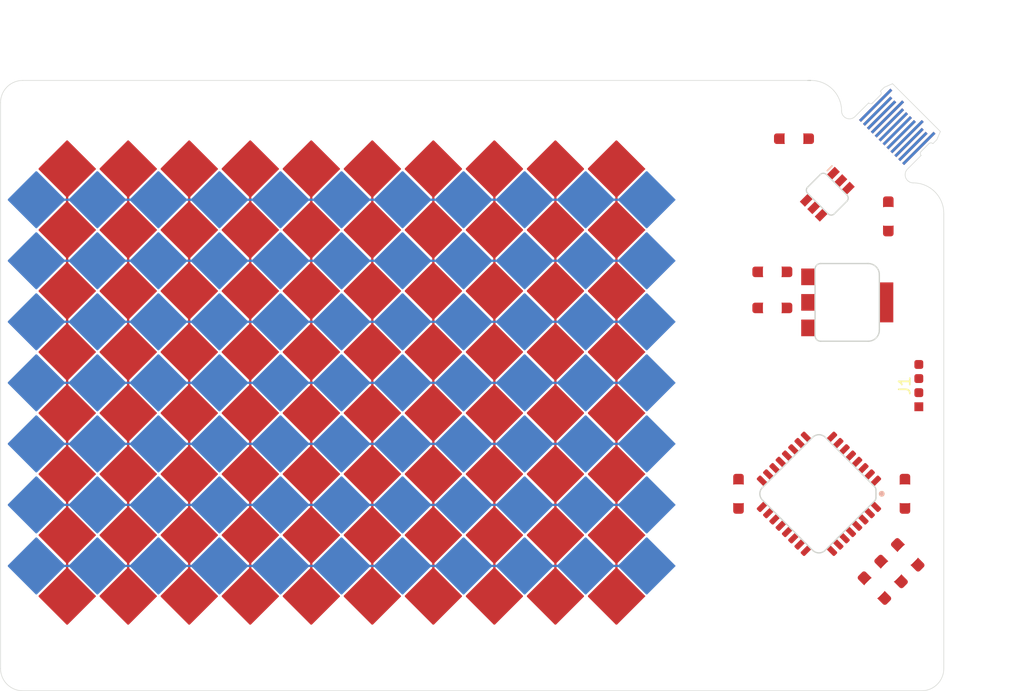
<source format=kicad_pcb>
(kicad_pcb (version 20221018) (generator pcbnew)
  (layers (0 "F.Cu" signal) (31 "B.Cu" signal) (34 "B.Paste" user) (35 "F.Paste" user) (36 "B.SilkS" user "B.Silkscreen") (37 "F.SilkS" user "F.Silkscreen") (38 "B.Mask" user) (39 "F.Mask" user) (44 "Edge.Cuts" user))
  (net 0 "")
  (net 1 "+5V")
  (net 2 "GND")
  (net 3 "+3V3")
  (net 4 "/SWIO")
  (net 5 "/SWCLK")
  (net 6 "Net-(J2-CC1)")
  (net 8 "Net-(J2-CC2)")
  (net 10 "Net-(U1-NRST)")
  (net 13 "/ADC0")
  (net 14 "/ADC1")
  (net 15 "/TIM1C1")
  (net 16 "/ADC4")
  (net 17 "/ADC5")
  (net 18 "/ADC6")
  (net 19 "/ADC7")
  (net 20 "/ADC9")
  (net 21 "/USB_DM")
  (net 22 "/USB_DP")
  (net 26 "/DP")
  (net 27 "/DM")
  (net 28 "/TIM2C3")
  (net 29 "/TIM2C4")
  (net 30 "/TIM3C3")
  (net 31 "/TIM1C2")
  (net 32 "/TIM1C3")
  (net 33 "/TIM2C1")
  (net 34 "/TIM2C2")
  (net 35 "/TIM3C1")
  (net 36 "/TIM3C2")
  (footprint "eigene:LQFP-32_7x7mm_P0.8mm_midmount" (layer "F.Cu") (at 173.75 112.25 -135)
    (fp_text reference "U1" hide)
    (fp_text value "STM32F042K6Tx")
    (fp_circle (center -4 -4) (end -3.8 -4) (stroke (width 0.12)) (fill solid) (layer "B.SilkS"))
    (fp_circle (center -4 -4) (end -4.2 -4) (stroke (width 0.12)) (fill solid) (layer "F.SilkS"))
    (fp_line (start -4 -3.1) (end -4 3.2) (stroke (width 0.12)) (layer "Edge.Cuts"))
    (fp_line (start -3.382843 -3.882843) (end -3.882843 -3.382843) (stroke (width 0.12)) (layer "Edge.Cuts"))
    (fp_line (start -3.2 4) (end 3.2 4) (stroke (width 0.12)) (layer "Edge.Cuts"))
    (fp_line (start 3.2 -4) (end -3.1 -4) (stroke (width 0.12)) (layer "Edge.Cuts"))
    (fp_line (start 4 3.2) (end 4 -3.2) (stroke (width 0.12)) (layer "Edge.Cuts"))
    (fp_arc (start -4 -3.1) (mid -3.969552 -3.253074) (end -3.882843 -3.382843) (stroke (width 0.12)) (layer "Edge.Cuts"))
    (fp_arc (start -3.382843 -3.882843) (mid -3.253073 -3.969552) (end -3.1 -4) (stroke (width 0.12)) (layer "Edge.Cuts"))
    (fp_arc (start -3.2 4) (mid -3.765685 3.765685) (end -4 3.2) (stroke (width 0.12)) (layer "Edge.Cuts"))
    (fp_arc (start 3.2 -4) (mid 3.765685 -3.765686) (end 4 -3.2) (stroke (width 0.12)) (layer "Edge.Cuts"))
    (fp_arc (start 4 3.2) (mid 3.765686 3.765685) (end 3.2 4) (stroke (width 0.12)) (layer "Edge.Cuts"))
    (pad "1" smd roundrect (at -2.8 -4.5 225) (size 0.5 0.9) (layers "F.Cu" "F.Paste" "F.Mask") (chamfer_ratio 0) (chamfer bottom_left bottom_right) (net 3 "+3V3"))
    (pad "2" smd roundrect (at -2 -4.5 225) (size 0.5 0.9) (layers "F.Cu" "F.Paste" "F.Mask") (chamfer_ratio 0) (chamfer bottom_left bottom_right))
    (pad "3" smd roundrect (at -1.2 -4.5 225) (size 0.5 0.9) (layers "F.Cu" "F.Paste" "F.Mask") (chamfer_ratio 0) (chamfer bottom_left bottom_right))
    (pad "4" smd roundrect (at -0.4 -4.5 225) (size 0.5 0.9) (layers "F.Cu" "F.Paste" "F.Mask") (chamfer_ratio 0) (chamfer bottom_left bottom_right) (net 10 "Net-(U1-NRST)"))
    (pad "5" smd roundrect (at 0.4 -4.5 225) (size 0.5 0.9) (layers "F.Cu" "F.Paste" "F.Mask") (chamfer_ratio 0) (chamfer bottom_left bottom_right) (net 3 "+3V3"))
    (pad "6" smd roundrect (at 1.2 -4.5 225) (size 0.5 0.9) (layers "F.Cu" "F.Paste" "F.Mask") (chamfer_ratio 0) (chamfer bottom_left bottom_right) (net 13 "/ADC0"))
    (pad "7" smd roundrect (at 2 -4.5 225) (size 0.5 0.9) (layers "F.Cu" "F.Paste" "F.Mask") (chamfer_ratio 0) (chamfer bottom_left bottom_right) (net 14 "/ADC1"))
    (pad "8" smd roundrect (at 2.8 -4.5 225) (size 0.5 0.9) (layers "F.Cu" "F.Paste" "F.Mask") (chamfer_ratio 0) (chamfer bottom_left bottom_right) (net 28 "/TIM2C3"))
    (pad "9" smd roundrect (at 4.5 -2.8 315) (size 0.5 0.9) (layers "F.Cu" "F.Paste" "F.Mask") (chamfer_ratio 0) (chamfer top_left top_right) (net 29 "/TIM2C4"))
    (pad "10" smd roundrect (at 4.5 -2 315) (size 0.5 0.9) (layers "F.Cu" "F.Paste" "F.Mask") (chamfer_ratio 0) (chamfer top_left top_right) (net 16 "/ADC4"))
    (pad "11" smd roundrect (at 4.5 -1.2 315) (size 0.5 0.9) (layers "F.Cu" "F.Paste" "F.Mask") (chamfer_ratio 0) (chamfer top_left top_right) (net 17 "/ADC5"))
    (pad "12" smd roundrect (at 4.5 -0.4 315) (size 0.5 0.9) (layers "F.Cu" "F.Paste" "F.Mask") (chamfer_ratio 0) (chamfer top_left top_right) (net 18 "/ADC6"))
    (pad "13" smd roundrect (at 4.5 0.4 315) (size 0.5 0.9) (layers "F.Cu" "F.Paste" "F.Mask") (chamfer_ratio 0) (chamfer top_left top_right) (net 19 "/ADC7"))
    (pad "14" smd roundrect (at 4.5 1.2 315) (size 0.5 0.9) (layers "F.Cu" "F.Paste" "F.Mask") (chamfer_ratio 0) (chamfer top_left top_right) (net 30 "/TIM3C3"))
    (pad "15" smd roundrect (at 4.5 2 315) (size 0.5 0.9) (layers "F.Cu" "F.Paste" "F.Mask") (chamfer_ratio 0) (chamfer top_left top_right) (net 20 "/ADC9"))
    (pad "16" smd roundrect (at 4.5 2.8 315) (size 0.5 0.9) (layers "F.Cu" "F.Paste" "F.Mask") (chamfer_ratio 0) (chamfer top_left top_right) (net 2 "GND"))
    (pad "17" smd roundrect (at 2.8 4.5 45) (size 0.5 0.9) (layers "F.Cu" "F.Paste" "F.Mask") (chamfer_ratio 0) (chamfer bottom_left bottom_right) (net 3 "+3V3"))
    (pad "18" smd roundrect (at 2 4.5 45) (size 0.5 0.9) (layers "F.Cu" "F.Paste" "F.Mask") (chamfer_ratio 0) (chamfer bottom_left bottom_right) (net 15 "/TIM1C1"))
    (pad "19" smd roundrect (at 1.2 4.5 45) (size 0.5 0.9) (layers "F.Cu" "F.Paste" "F.Mask") (chamfer_ratio 0) (chamfer bottom_left bottom_right) (net 31 "/TIM1C2"))
    (pad "20" smd roundrect (at 0.4 4.5 45) (size 0.5 0.9) (layers "F.Cu" "F.Paste" "F.Mask") (chamfer_ratio 0) (chamfer bottom_left bottom_right) (net 32 "/TIM1C3"))
    (pad "21" smd roundrect (at -0.4 4.5 45) (size 0.5 0.9) (layers "F.Cu" "F.Paste" "F.Mask") (chamfer_ratio 0) (chamfer bottom_left bottom_right) (net 21 "/USB_DM"))
    (pad "22" smd roundrect (at -1.2 4.5 45) (size 0.5 0.9) (layers "F.Cu" "F.Paste" "F.Mask") (chamfer_ratio 0) (chamfer bottom_left bottom_right) (net 22 "/USB_DP"))
    (pad "23" smd roundrect (at -2 4.5 45) (size 0.5 0.9) (layers "F.Cu" "F.Paste" "F.Mask") (chamfer_ratio 0) (chamfer bottom_left bottom_right) (net 4 "/SWIO"))
    (pad "24" smd roundrect (at -2.8 4.5 45) (size 0.5 0.9) (layers "F.Cu" "F.Paste" "F.Mask") (chamfer_ratio 0) (chamfer bottom_left bottom_right) (net 5 "/SWCLK"))
    (pad "25" smd roundrect (at -4.5 2.8 135) (size 0.5 0.9) (layers "F.Cu" "F.Paste" "F.Mask") (chamfer_ratio 0) (chamfer top_left top_right) (net 33 "/TIM2C1"))
    (pad "26" smd roundrect (at -4.5 2 135) (size 0.5 0.9) (layers "F.Cu" "F.Paste" "F.Mask") (chamfer_ratio 0) (chamfer top_left top_right) (net 34 "/TIM2C2"))
    (pad "27" smd roundrect (at -4.5 1.2 135) (size 0.5 0.9) (layers "F.Cu" "F.Paste" "F.Mask") (chamfer_ratio 0) (chamfer top_left top_right) (net 35 "/TIM3C1"))
    (pad "28" smd roundrect (at -4.5 0.4 135) (size 0.5 0.9) (layers "F.Cu" "F.Paste" "F.Mask") (chamfer_ratio 0) (chamfer top_left top_right) (net 36 "/TIM3C2"))
    (pad "29" smd roundrect (at -4.5 -0.4 135) (size 0.5 0.9) (layers "F.Cu" "F.Paste" "F.Mask") (chamfer_ratio 0) (chamfer top_left top_right))
    (pad "30" smd roundrect (at -4.5 -1.2 135) (size 0.5 0.9) (layers "F.Cu" "F.Paste" "F.Mask") (chamfer_ratio 0) (chamfer top_left top_right))
    (pad "31" smd roundrect (at -4.5 -2 135) (size 0.5 0.9) (layers "F.Cu" "F.Paste" "F.Mask") (chamfer_ratio 0) (chamfer top_left top_right))
    (pad "32" smd roundrect (at -4.5 -2.8 135) (size 0.5 0.9) (layers "F.Cu" "F.Paste" "F.Mask") (chamfer_ratio 0) (chamfer top_left top_right) (net 2 "GND"))
  )
  (footprint "eigene:0603_1608Metric_Pad1.08x0.95mm_MidMount" (layer "F.Cu") (at 169.55 95.5 180)
    (fp_text reference "C2" hide)
    (fp_text value "100n")
    (pad "" np_thru_hole oval (at 0 0 180) (size 1.7 2.2) (drill oval 1.7 2.2) (layers "F&B.Cu" "*.Mask"))
    (pad "1" smd roundrect (at -1.3 0 180) (size 1 0.95) (layers "F.Cu" "F.Paste" "F.Mask") (chamfer_ratio 0) (chamfer top_right bottom_right) (net 3 "+3V3"))
    (pad "2" smd roundrect (at 1.3 0 180) (size 1 0.95) (layers "F.Cu" "F.Paste" "F.Mask") (chamfer_ratio 0) (chamfer top_left bottom_left) (net 2 "GND"))
  )
  (footprint "eigene:0603_1608Metric_Pad1.08x0.95mm_MidMount" (layer "F.Cu") (at 181.5 112.25 90)
    (fp_text reference "C5" hide)
    (fp_text value "100n")
    (pad "" np_thru_hole oval (at 0 0 90) (size 1.7 2.2) (drill oval 1.7 2.2) (layers "F&B.Cu" "*.Mask"))
    (pad "1" smd roundrect (at -1.3 0 90) (size 1 0.95) (layers "F.Cu" "F.Paste" "F.Mask") (chamfer_ratio 0) (chamfer top_right bottom_right) (net 3 "+3V3"))
    (pad "2" smd roundrect (at 1.3 0 90) (size 1 0.95) (layers "F.Cu" "F.Paste" "F.Mask") (chamfer_ratio 0) (chamfer top_left bottom_left) (net 2 "GND"))
  )
  (footprint "eigene:SOT-223-3_TabPin2_MidMount" (layer "F.Cu") (at 176.3 95)
    (fp_text reference "U3" hide)
    (fp_text value "AP1117-33")
    (fp_line (start -2.9 3) (end -2.9 -3) (stroke (width 0.12)) (layer "Edge.Cuts"))
    (fp_line (start 1.892893 -3.5) (end -2.4 -3.5) (stroke (width 0.12)) (layer "Edge.Cuts"))
    (fp_line (start 1.892893 3.5) (end -2.4 3.5) (stroke (width 0.12)) (layer "Edge.Cuts"))
    (fp_line (start 2.892893 2.5) (end 2.892893 -2.5) (stroke (width 0.12)) (layer "Edge.Cuts"))
    (fp_arc (start -2.9 -3) (mid -2.753553 -3.353553) (end -2.4 -3.5) (stroke (width 0.12)) (layer "Edge.Cuts"))
    (fp_arc (start -2.4 3.5) (mid -2.753553 3.353553) (end -2.9 3) (stroke (width 0.12)) (layer "Edge.Cuts"))
    (fp_arc (start 1.892893 -3.5) (mid 2.600004 -3.207109) (end 2.892893 -2.5) (stroke (width 0.12)) (layer "Edge.Cuts"))
    (fp_arc (start 2.892893 2.5) (mid 2.599998 3.207105) (end 1.892893 3.5) (stroke (width 0.12)) (layer "Edge.Cuts"))
    (pad "1" smd rect (at -3.55 2.3 180) (size 1.2 1.5) (layers "F.Cu" "F.Paste" "F.Mask") (net 2 "GND"))
    (pad "2" smd rect (at -3.55 0 180) (size 1.2 1.5) (layers "F.Cu" "F.Paste" "F.Mask") (net 3 "+3V3"))
    (pad "2" smd rect (at 3.525 0 180) (size 1.25 3.6) (layers "F.Cu" "F.Paste" "F.Mask") (net 3 "+3V3"))
    (pad "3" smd rect (at -3.55 -2.3 180) (size 1.2 1.5) (layers "F.Cu" "F.Paste" "F.Mask") (net 1 "+5V"))
  )
  (footprint "eigene:0603_1608Metric_Pad1.08x0.95mm_MidMount" (layer "F.Cu") (at 166.5 112.25 -90)
    (fp_text reference "C3" hide)
    (fp_text value "100n")
    (pad "" np_thru_hole oval (at 0 0 270) (size 1.7 2.2) (drill oval 1.7 2.2) (layers "F&B.Cu" "*.Mask"))
    (pad "1" smd roundrect (at -1.3 0 270) (size 1 0.95) (layers "F.Cu" "F.Paste" "F.Mask") (chamfer_ratio 0) (chamfer top_right bottom_right) (net 3 "+3V3"))
    (pad "2" smd roundrect (at 1.3 0 270) (size 1 0.95) (layers "F.Cu" "F.Paste" "F.Mask") (chamfer_ratio 0) (chamfer top_left bottom_left) (net 2 "GND"))
  )
  (footprint "eigene:0603_1608Metric_Pad1.08x0.95mm_MidMount" (layer "F.Cu") (at 180.25 119.25 -45)
    (fp_text reference "C4" hide)
    (fp_text value "100n")
    (pad "" np_thru_hole oval (at 0 0 315) (size 1.7 2.2) (drill oval 1.7 2.2) (layers "F&B.Cu" "*.Mask"))
    (pad "1" smd roundrect (at -1.3 0 315) (size 1 0.95) (layers "F.Cu" "F.Paste" "F.Mask") (chamfer_ratio 0) (chamfer top_right bottom_right) (net 3 "+3V3"))
    (pad "2" smd roundrect (at 1.3 0 315) (size 1 0.95) (layers "F.Cu" "F.Paste" "F.Mask") (chamfer_ratio 0) (chamfer top_left bottom_left) (net 2 "GND"))
  )
  (footprint "eigene:USB_C_PCB" (layer "F.Cu") (at 182.537868 77.448045 -45)
    (fp_text reference "J2" hide)
    (fp_text value "USB_C_Receptacle_USB2.0")
    (fp_line (start -3.345 0.75) (end -3.345 1.25) (stroke (width 0.05)) (layer "Edge.Cuts"))
    (fp_line (start -3.345 2.75) (end -3.345 4.45) (stroke (width 0.05)) (layer "Edge.Cuts"))
    (fp_line (start -3.095 1.5) (end -3.095 2.5) (stroke (width 0.05)) (layer "Edge.Cuts"))
    (fp_line (start -3.045 0) (end -3.345 0.75) (stroke (width 0.05)) (layer "Edge.Cuts"))
    (fp_line (start -3.045 0) (end 3.045 0) (stroke (width 0.05)) (layer "Edge.Cuts"))
    (fp_line (start 3.045 0) (end 3.345 0.75) (stroke (width 0.05)) (layer "Edge.Cuts"))
    (fp_line (start 3.095 1.5) (end 3.095 2.5) (stroke (width 0.05)) (layer "Edge.Cuts"))
    (fp_line (start 3.345 0.75) (end 3.345 1.25) (stroke (width 0.05)) (layer "Edge.Cuts"))
    (fp_line (start 3.345 2.75) (end 3.345 4.45) (stroke (width 0.05)) (layer "Edge.Cuts"))
    (fp_arc (start -3.345 1.25) (mid -3.168223 1.323223) (end -3.095 1.5) (stroke (width 0.05)) (layer "Edge.Cuts"))
    (fp_arc (start -3.095 2.5) (mid -3.168223 2.676777) (end -3.345 2.75) (stroke (width 0.05)) (layer "Edge.Cuts"))
    (fp_arc (start 3.095 1.5) (mid 3.168224 1.323223) (end 3.345 1.25) (stroke (width 0.05)) (layer "Edge.Cuts"))
    (fp_arc (start 3.345 2.75) (mid 3.168223 2.676776) (end 3.095 2.5) (stroke (width 0.05)) (layer "Edge.Cuts"))
    (pad "A1" smd rect (at 2.75 2.45 45) (size 4 0.25) (layers "F.Cu" "F.Paste" "F.Mask") (net 2 "GND"))
    (pad "A2" smd rect (at 2.25 2.7 45) (size 3.5 0.25) (layers "F.Cu" "F.Paste" "F.Mask"))
    (pad "A3" smd rect (at 1.75 2.7 45) (size 3.5 0.25) (layers "F.Cu" "F.Paste" "F.Mask"))
    (pad "A4" smd rect (at 1.25 2.45 45) (size 4 0.25) (layers "F.Cu" "F.Paste" "F.Mask") (net 1 "+5V"))
    (pad "A5" smd rect (at 0.75 2.7 45) (size 3.5 0.25) (layers "F.Cu" "F.Paste" "F.Mask") (net 6 "Net-(J2-CC1)"))
    (pad "A6" smd rect (at 0.25 2.7 45) (size 3.5 0.25) (layers "F.Cu" "F.Paste" "F.Mask") (net 26 "/DP"))
    (pad "A7" smd rect (at -0.25 2.7 45) (size 3.5 0.25) (layers "F.Cu" "F.Paste" "F.Mask") (net 27 "/DM"))
    (pad "A8" smd rect (at -0.75 2.7 45) (size 3.5 0.25) (layers "F.Cu" "F.Paste" "F.Mask"))
    (pad "A9" smd rect (at -1.25 2.45 45) (size 4 0.25) (layers "F.Cu" "F.Paste" "F.Mask") (net 1 "+5V"))
    (pad "A10" smd rect (at -1.75 2.7 45) (size 3.5 0.25) (layers "F.Cu" "F.Paste" "F.Mask"))
    (pad "A11" smd rect (at -2.25 2.7 45) (size 3.5 0.25) (layers "F.Cu" "F.Paste" "F.Mask"))
    (pad "A12" smd rect (at -2.75 2.45 45) (size 4 0.25) (layers "F.Cu" "F.Paste" "F.Mask") (net 2 "GND"))
    (pad "B1" smd rect (at -2.75 2.45 45) (size 4 0.25) (layers "B.Cu" "B.Paste" "B.Mask") (net 2 "GND"))
    (pad "B2" smd rect (at -2.25 2.7 45) (size 3.5 0.25) (layers "B.Cu" "B.Paste" "B.Mask"))
    (pad "B3" smd rect (at -1.75 2.7 45) (size 3.5 0.25) (layers "B.Cu" "B.Paste" "B.Mask"))
    (pad "B4" smd rect (at -1.25 2.45 45) (size 4 0.25) (layers "B.Cu" "B.Paste" "B.Mask") (net 1 "+5V"))
    (pad "B5" smd rect (at -0.75 2.7 45) (size 3.5 0.25) (layers "B.Cu" "B.Paste" "B.Mask") (net 8 "Net-(J2-CC2)"))
    (pad "B6" smd rect (at -0.25 2.7 45) (size 3.5 0.25) (layers "B.Cu" "B.Paste" "B.Mask") (net 26 "/DP"))
    (pad "B7" smd rect (at 0.25 2.7 45) (size 3.5 0.25) (layers "B.Cu" "B.Paste" "B.Mask") (net 27 "/DM"))
    (pad "B8" smd rect (at 0.75 2.7 45) (size 3.5 0.25) (layers "B.Cu" "B.Paste" "B.Mask"))
    (pad "B9" smd rect (at 1.25 2.45 45) (size 4 0.25) (layers "B.Cu" "B.Paste" "B.Mask") (net 1 "+5V"))
    (pad "B10" smd rect (at 1.75 2.7 45) (size 3.5 0.25) (layers "B.Cu" "B.Paste" "B.Mask"))
    (pad "B11" smd rect (at 2.25 2.7 45) (size 3.5 0.25) (layers "B.Cu" "B.Paste" "B.Mask"))
    (pad "B12" smd rect (at 2.75 2.45 45) (size 4 0.25) (layers "B.Cu" "B.Paste" "B.Mask") (net 2 "GND"))
  )
  (footprint "eigene:0603_1608Metric_Pad1.08x0.95mm_MidMount" (layer "F.Cu") (at 169.55 92.25 180)
    (fp_text reference "C1" hide)
    (fp_text value "100n")
    (pad "" np_thru_hole oval (at 0 0 180) (size 1.7 2.2) (drill oval 1.7 2.2) (layers "F&B.Cu" "*.Mask"))
    (pad "1" smd roundrect (at -1.3 0 180) (size 1 0.95) (layers "F.Cu" "F.Paste" "F.Mask") (chamfer_ratio 0) (chamfer top_right bottom_right) (net 1 "+5V"))
    (pad "2" smd roundrect (at 1.3 0 180) (size 1 0.95) (layers "F.Cu" "F.Paste" "F.Mask") (chamfer_ratio 0) (chamfer top_left bottom_left) (net 2 "GND"))
  )
  (footprint "eigene:0603_1608Metric_Pad1.08x0.95mm_MidMount" (layer "F.Cu") (at 180 87.25 90)
    (fp_text reference "R1" hide)
    (fp_text value "5k1")
    (pad "" np_thru_hole oval (at 0 0 90) (size 1.7 2.2) (drill oval 1.7 2.2) (layers "F&B.Cu" "*.Mask"))
    (pad "1" smd roundrect (at -1.3 0 90) (size 1 0.95) (layers "F.Cu" "F.Paste" "F.Mask") (chamfer_ratio 0) (chamfer top_right bottom_right) (net 2 "GND"))
    (pad "2" smd roundrect (at 1.3 0 90) (size 1 0.95) (layers "F.Cu" "F.Paste" "F.Mask") (chamfer_ratio 0) (chamfer top_left bottom_left) (net 6 "Net-(J2-CC1)"))
  )
  (footprint "eigene:SOT-23-6_MidMount" (layer "F.Cu") (at 174.5 85.25 -135)
    (fp_text reference "U2" hide)
    (fp_text value "USBLC6-2SC6")
    (fp_line (start -1.5 1.5) (end -2.1 1.5) (stroke (width 0.12)) (layer "B.SilkS"))
    (fp_line (start -1.5 1.5) (end -2.1 1.5) (stroke (width 0.12)) (layer "F.SilkS"))
    (fp_line (start -1.2 1.3) (end -1.2 -1.3) (stroke (width 0.12)) (layer "Edge.Cuts"))
    (fp_line (start 0.8 -1.7) (end -0.8 -1.7) (stroke (width 0.12)) (layer "Edge.Cuts"))
    (fp_line (start 0.8 1.7) (end -0.8 1.7) (stroke (width 0.12)) (layer "Edge.Cuts"))
    (fp_line (start 1.2 -1.3) (end 1.2 1.3) (stroke (width 0.12)) (layer "Edge.Cuts"))
    (fp_arc (start -1.2 -1.3) (mid -1.082843 -1.582843) (end -0.8 -1.7) (stroke (width 0.12)) (layer "Edge.Cuts"))
    (fp_arc (start -0.8 1.7) (mid -1.082843 1.582843) (end -1.2 1.3) (stroke (width 0.12)) (layer "Edge.Cuts"))
    (fp_arc (start 0.8 -1.7) (mid 1.082842 -1.582843) (end 1.2 -1.3) (stroke (width 0.12)) (layer "Edge.Cuts"))
    (fp_arc (start 1.2 1.3) (mid 1.082843 1.582842) (end 0.8 1.7) (stroke (width 0.12)) (layer "Edge.Cuts"))
    (pad "1" smd rect (at -1.7272 0.95 45) (size 1 0.65) (layers "F.Cu" "F.Paste" "F.Mask") (net 26 "/DP"))
    (pad "2" smd rect (at -1.7272 0 45) (size 1 0.65) (layers "F.Cu" "F.Paste" "F.Mask") (net 2 "GND"))
    (pad "3" smd rect (at -1.7272 -0.95 45) (size 1 0.65) (layers "F.Cu" "F.Paste" "F.Mask") (net 27 "/DM"))
    (pad "4" smd rect (at 1.7272 -0.95 45) (size 1 0.65) (layers "F.Cu" "F.Paste" "F.Mask") (net 21 "/USB_DM"))
    (pad "5" smd rect (at 1.7272 0 45) (size 1 0.65) (layers "F.Cu" "F.Paste" "F.Mask") (net 1 "+5V"))
    (pad "6" smd rect (at 1.7272 0.95 45) (size 1 0.65) (layers "F.Cu" "F.Paste" "F.Mask") (net 22 "/USB_DP"))
  )
  (footprint "eigene:0603_1608Metric_Pad1.08x0.95mm_MidMount" (layer "F.Cu") (at 171.5 80.25)
    (fp_text reference "R2" hide)
    (fp_text value "5k1")
    (pad "" np_thru_hole oval (at 0 0) (size 1.7 2.2) (drill oval 1.7 2.2) (layers "F&B.Cu" "*.Mask"))
    (pad "1" smd roundrect (at -1.3 0) (size 1 0.95) (layers "F.Cu" "F.Paste" "F.Mask") (chamfer_ratio 0) (chamfer top_right bottom_right) (net 2 "GND"))
    (pad "2" smd roundrect (at 1.3 0) (size 1 0.95) (layers "F.Cu" "F.Paste" "F.Mask") (chamfer_ratio 0) (chamfer top_left bottom_left) (net 8 "Net-(J2-CC2)"))
  )
  (footprint "eigene:0603_1608Metric_Pad1.08x0.95mm_MidMount" (layer "F.Cu") (at 178.75 120.75 -45)
    (fp_text reference "C6" hide)
    (fp_text value "1µ")
    (pad "" np_thru_hole oval (at 0 0 315) (size 1.7 2.2) (drill oval 1.7 2.2) (layers "F&B.Cu" "*.Mask"))
    (pad "1" smd roundrect (at -1.3 0 315) (size 1 0.95) (layers "F.Cu" "F.Paste" "F.Mask") (chamfer_ratio 0) (chamfer top_right bottom_right) (net 3 "+3V3"))
    (pad "2" smd roundrect (at 1.3 0 315) (size 1 0.95) (layers "F.Cu" "F.Paste" "F.Mask") (chamfer_ratio 0) (chamfer top_left bottom_left) (net 2 "GND"))
  )
  (footprint "eigene:0603_1608Metric_Pad1.08x0.95mm_MidMount" (layer "F.Cu") (at 181.75 117.75 135)
    (fp_text reference "R3" hide)
    (fp_text value "10k")
    (pad "" np_thru_hole oval (at 0 0 135) (size 1.7 2.2) (drill oval 1.7 2.2) (layers "F&B.Cu" "*.Mask"))
    (pad "1" smd roundrect (at -1.3 0 135) (size 1 0.95) (layers "F.Cu" "F.Paste" "F.Mask") (chamfer_ratio 0) (chamfer top_right bottom_right) (net 3 "+3V3"))
    (pad "2" smd roundrect (at 1.3 0 135) (size 1 0.95) (layers "F.Cu" "F.Paste" "F.Mask") (chamfer_ratio 0) (chamfer top_left bottom_left) (net 10 "Net-(U1-NRST)"))
  )
  (footprint "eigene:SWD_PADS" (layer "F.Cu") (at 182.75 102.5 90)
    (fp_text reference "J1" (at 0 -1.27 90 unlocked) (layer "F.SilkS"))
    (fp_text value "Conn_01x04")
    (pad "" np_thru_hole circle (at -3.175 0 90) (size 1 1) (drill 1) (layers "F&B.Cu" "*.Mask"))
    (pad "" np_thru_hole circle (at 3.175 0 90) (size 1 1) (drill 1) (layers "F&B.Cu" "*.Mask"))
    (pad "1" smd rect (at -1.905 0 90) (size 0.8 0.8) (layers "F.Cu" "F.Paste" "F.Mask") (net 3 "+3V3"))
    (pad "2" smd roundrect (at -0.635 0 90) (size 0.8 0.8) (layers "F.Cu" "F.Paste" "F.Mask") (net 4 "/SWIO"))
    (pad "3" smd roundrect (at 0.635 0 90) (size 0.8 0.8) (layers "F.Cu" "F.Paste" "F.Mask") (net 5 "/SWCLK"))
    (pad "4" smd roundrect (at 1.905 0 90) (size 0.8 0.8) (layers "F.Cu" "F.Paste" "F.Mask") (net 2 "GND"))
  )
  (gr_poly (pts (xy 139 108) (xy 141.474874 110.474874) (xy 139 112.949747) (xy 136.525126 110.474874)) (stroke (width 0.2)) (fill solid) (layer "F.Cu"))
  (gr_poly (pts (xy 144.5 86) (xy 146.974874 88.474874) (xy 144.5 90.949747) (xy 142.025126 88.474874)) (stroke (width 0.2)) (fill solid) (layer "F.Cu"))
  (gr_poly (pts (xy 111.5 119) (xy 113.974874 121.474874) (xy 111.5 123.949747) (xy 109.025126 121.474874)) (stroke (width 0.2)) (fill solid) (layer "F.Cu"))
  (gr_line (start 139 85.449747) (end 139 119) (stroke (width 0.2)) (layer "F.Cu"))
  (gr_line (start 155.5 119) (end 155.5 85.449747) (stroke (width 0.2)) (layer "F.Cu"))
  (gr_poly (pts (xy 106 119) (xy 108.474874 121.474874) (xy 106 123.949747) (xy 103.525126 121.474874)) (stroke (width 0.2)) (fill solid) (layer "F.Cu"))
  (gr_poly (pts (xy 144.5 80.5) (xy 146.974874 82.974874) (xy 144.5 85.449747) (xy 142.025126 82.974874)) (stroke (width 0.2)) (fill solid) (layer "F.Cu"))
  (gr_line (start 144.5 119) (end 144.5 85.449747) (stroke (width 0.2)) (layer "F.Cu"))
  (gr_poly (pts (xy 117 108) (xy 119.474874 110.474874) (xy 117 112.949747) (xy 114.525126 110.474874)) (stroke (width 0.2)) (fill solid) (layer "F.Cu"))
  (gr_line (start 117 85.449747) (end 117 119) (stroke (width 0.2)) (layer "F.Cu"))
  (gr_poly (pts (xy 155.5 91.5) (xy 157.974874 93.974874) (xy 155.5 96.449747) (xy 153.025126 93.974874)) (stroke (width 0.2)) (fill solid) (layer "F.Cu"))
  (gr_line (start 106 85.449747) (end 106 119) (stroke (width 0.2)) (layer "F.Cu"))
  (gr_line (start 111.5 119) (end 111.5 85.449747) (stroke (width 0.2)) (layer "F.Cu"))
  (gr_poly (pts (xy 144.5 113.5) (xy 146.974874 115.974874) (xy 144.5 118.449747) (xy 142.025126 115.974874)) (stroke (width 0.2)) (fill solid) (layer "F.Cu"))
  (gr_poly (pts (xy 133.5 86) (xy 135.974874 88.474874) (xy 133.5 90.949747) (xy 131.025126 88.474874)) (stroke (width 0.2)) (fill solid) (layer "F.Cu"))
  (gr_poly (pts (xy 106 113.5) (xy 108.474874 115.974874) (xy 106 118.449747) (xy 103.525126 115.974874)) (stroke (width 0.2)) (fill solid) (layer "F.Cu"))
  (gr_poly (pts (xy 150 80.5) (xy 152.474874 82.974874) (xy 150 85.449747) (xy 147.525126 82.974874)) (stroke (width 0.2)) (fill solid) (layer "F.Cu"))
  (gr_poly (pts (xy 106 108) (xy 108.474874 110.474874) (xy 106 112.949747) (xy 103.525126 110.474874)) (stroke (width 0.2)) (fill solid) (layer "F.Cu"))
  (gr_poly (pts (xy 133.5 97) (xy 135.974874 99.474874) (xy 133.5 101.949747) (xy 131.025126 99.474874)) (stroke (width 0.2)) (fill solid) (layer "F.Cu"))
  (gr_poly (pts (xy 122.5 119) (xy 124.974874 121.474874) (xy 122.5 123.949747) (xy 120.025126 121.474874)) (stroke (width 0.2)) (fill solid) (layer "F.Cu"))
  (gr_poly (pts (xy 117 119) (xy 119.474874 121.474874) (xy 117 123.949747) (xy 114.525126 121.474874)) (stroke (width 0.2)) (fill solid) (layer "F.Cu"))
  (gr_poly (pts (xy 144.5 97) (xy 146.974874 99.474874) (xy 144.5 101.949747) (xy 142.025126 99.474874)) (stroke (width 0.2)) (fill solid) (layer "F.Cu"))
  (gr_poly (pts (xy 155.5 97) (xy 157.974874 99.474874) (xy 155.5 101.949747) (xy 153.025126 99.474874)) (stroke (width 0.2)) (fill solid) (layer "F.Cu"))
  (gr_line (start 128 85.449747) (end 128 119) (stroke (width 0.2)) (layer "F.Cu"))
  (gr_poly (pts (xy 122.5 91.5) (xy 124.974874 93.974874) (xy 122.5 96.449747) (xy 120.025126 93.974874)) (stroke (width 0.2)) (fill solid) (layer "F.Cu"))
  (gr_poly (pts (xy 144.5 102.5) (xy 146.974874 104.974874) (xy 144.5 107.449747) (xy 142.025126 104.974874)) (stroke (width 0.2)) (fill solid) (layer "F.Cu"))
  (gr_poly (pts (xy 133.5 113.5) (xy 135.974874 115.974874) (xy 133.5 118.449747) (xy 131.025126 115.974874)) (stroke (width 0.2)) (fill solid) (layer "F.Cu"))
  (gr_poly (pts (xy 128 113.5) (xy 130.474874 115.974874) (xy 128 118.449747) (xy 125.525126 115.974874)) (stroke (width 0.2)) (fill solid) (layer "F.Cu"))
  (gr_poly (pts (xy 133.5 91.5) (xy 135.974874 93.974874) (xy 133.5 96.449747) (xy 131.025126 93.974874)) (stroke (width 0.2)) (fill solid) (layer "F.Cu"))
  (gr_poly (pts (xy 128 80.5) (xy 130.474874 82.974874) (xy 128 85.449747) (xy 125.525126 82.974874)) (stroke (width 0.2)) (fill solid) (layer "F.Cu"))
  (gr_poly (pts (xy 139 91.5) (xy 141.474874 93.974874) (xy 139 96.449747) (xy 136.525126 93.974874)) (stroke (width 0.2)) (fill solid) (layer "F.Cu"))
  (gr_poly (pts (xy 150 102.5) (xy 152.474874 104.974874) (xy 150 107.449747) (xy 147.525126 104.974874)) (stroke (width 0.2)) (fill solid) (layer "F.Cu"))
  (gr_poly (pts (xy 133.5 102.5) (xy 135.974874 104.974874) (xy 133.5 107.449747) (xy 131.025126 104.974874)) (stroke (width 0.2)) (fill solid) (layer "F.Cu"))
  (gr_poly (pts (xy 144.5 119) (xy 146.974874 121.474874) (xy 144.5 123.949747) (xy 142.025126 121.474874)) (stroke (width 0.2)) (fill solid) (layer "F.Cu"))
  (gr_poly (pts (xy 133.5 119) (xy 135.974874 121.474874) (xy 133.5 123.949747) (xy 131.025126 121.474874)) (stroke (width 0.2)) (fill solid) (layer "F.Cu"))
  (gr_poly (pts (xy 150 108) (xy 152.474874 110.474874) (xy 150 112.949747) (xy 147.525126 110.474874)) (stroke (width 0.2)) (fill solid) (layer "F.Cu"))
  (gr_poly (pts (xy 139 102.5) (xy 141.474874 104.974874) (xy 139 107.449747) (xy 136.525126 104.974874)) (stroke (width 0.2)) (fill solid) (layer "F.Cu"))
  (gr_line (start 122.5 119) (end 122.5 85.449747) (stroke (width 0.2)) (layer "F.Cu"))
  (gr_poly (pts (xy 106 91.5) (xy 108.474874 93.974874) (xy 106 96.449747) (xy 103.525126 93.974874)) (stroke (width 0.2)) (fill solid) (layer "F.Cu"))
  (gr_poly (pts (xy 155.5 86) (xy 157.974874 88.474874) (xy 155.5 90.949747) (xy 153.025126 88.474874)) (stroke (width 0.2)) (fill solid) (layer "F.Cu"))
  (gr_poly (pts (xy 111.5 80.5) (xy 113.974874 82.974874) (xy 111.5 85.449747) (xy 109.025126 82.974874)) (stroke (width 0.2)) (fill solid) (layer "F.Cu"))
  (gr_poly (pts (xy 150 119) (xy 152.474874 121.474874) (xy 150 123.949747) (xy 147.525126 121.474874)) (stroke (width 0.2)) (fill solid) (layer "F.Cu"))
  (gr_poly (pts (xy 150 97) (xy 152.474874 99.474874) (xy 150 101.949747) (xy 147.525126 99.474874)) (stroke (width 0.2)) (fill solid) (layer "F.Cu"))
  (gr_poly (pts (xy 139 86) (xy 141.474874 88.474874) (xy 139 90.949747) (xy 136.525126 88.474874)) (stroke (width 0.2)) (fill solid) (layer "F.Cu"))
  (gr_poly (pts (xy 139 80.5) (xy 141.474874 82.974874) (xy 139 85.449747) (xy 136.525126 82.974874)) (stroke (width 0.2)) (fill solid) (layer "F.Cu"))
  (gr_poly (pts (xy 117 80.5) (xy 119.474874 82.974874) (xy 117 85.449747) (xy 114.525126 82.974874)) (stroke (width 0.2)) (fill solid) (layer "F.Cu"))
  (gr_poly (pts (xy 139 113.5) (xy 141.474874 115.974874) (xy 139 118.449747) (xy 136.525126 115.974874)) (stroke (width 0.2)) (fill solid) (layer "F.Cu"))
  (gr_poly (pts (xy 117 86) (xy 119.474874 88.474874) (xy 117 90.949747) (xy 114.525126 88.474874)) (stroke (width 0.2)) (fill solid) (layer "F.Cu"))
  (gr_poly (pts (xy 128 102.5) (xy 130.474874 104.974874) (xy 128 107.449747) (xy 125.525126 104.974874)) (stroke (width 0.2)) (fill solid) (layer "F.Cu"))
  (gr_poly (pts (xy 144.5 91.5) (xy 146.974874 93.974874) (xy 144.5 96.449747) (xy 142.025126 93.974874)) (stroke (width 0.2)) (fill solid) (layer "F.Cu"))
  (gr_poly (pts (xy 106 80.5) (xy 108.474874 82.974874) (xy 106 85.449747) (xy 103.525126 82.974874)) (stroke (width 0.2)) (fill solid) (layer "F.Cu"))
  (gr_poly (pts (xy 117 91.5) (xy 119.474874 93.974874) (xy 117 96.449747) (xy 114.525126 93.974874)) (stroke (width 0.2)) (fill solid) (layer "F.Cu"))
  (gr_poly (pts (xy 117 97) (xy 119.474874 99.474874) (xy 117 101.949747) (xy 114.525126 99.474874)) (stroke (width 0.2)) (fill solid) (layer "F.Cu"))
  (gr_poly (pts (xy 128 97) (xy 130.474874 99.474874) (xy 128 101.949747) (xy 125.525126 99.474874)) (stroke (width 0.2)) (fill solid) (layer "F.Cu"))
  (gr_poly (pts (xy 111.5 91.5) (xy 113.974874 93.974874) (xy 111.5 96.449747) (xy 109.025126 93.974874)) (stroke (width 0.2)) (fill solid) (layer "F.Cu"))
  (gr_poly (pts (xy 133.5 108) (xy 135.974874 110.474874) (xy 133.5 112.949747) (xy 131.025126 110.474874)) (stroke (width 0.2)) (fill solid) (layer "F.Cu"))
  (gr_poly (pts (xy 111.5 97) (xy 113.974874 99.474874) (xy 111.5 101.949747) (xy 109.025126 99.474874)) (stroke (width 0.2)) (fill solid) (layer "F.Cu"))
  (gr_poly (pts (xy 111.5 113.5) (xy 113.974874 115.974874) (xy 111.5 118.449747) (xy 109.025126 115.974874)) (stroke (width 0.2)) (fill solid) (layer "F.Cu"))
  (gr_poly (pts (xy 144.5 108) (xy 146.974874 110.474874) (xy 144.5 112.949747) (xy 142.025126 110.474874)) (stroke (width 0.2)) (fill solid) (layer "F.Cu"))
  (gr_line (start 150 85.449747) (end 150 119) (stroke (width 0.2)) (layer "F.Cu"))
  (gr_poly (pts (xy 150 113.5) (xy 152.474874 115.974874) (xy 150 118.449747) (xy 147.525126 115.974874)) (stroke (width 0.2)) (fill solid) (layer "F.Cu"))
  (gr_poly (pts (xy 150 91.5) (xy 152.474874 93.974874) (xy 150 96.449747) (xy 147.525126 93.974874)) (stroke (width 0.2)) (fill solid) (layer "F.Cu"))
  (gr_poly (pts (xy 155.5 113.5) (xy 157.974874 115.974874) (xy 155.5 118.449747) (xy 153.025126 115.974874)) (stroke (width 0.2)) (fill solid) (layer "F.Cu"))
  (gr_poly (pts (xy 111.5 86) (xy 113.974874 88.474874) (xy 111.5 90.949747) (xy 109.025126 88.474874)) (stroke (width 0.2)) (fill solid) (layer "F.Cu"))
  (gr_poly (pts (xy 111.5 108) (xy 113.974874 110.474874) (xy 111.5 112.949747) (xy 109.025126 110.474874)) (stroke (width 0.2)) (fill solid) (layer "F.Cu"))
  (gr_poly (pts (xy 155.5 119) (xy 157.974874 121.474874) (xy 155.5 123.949747) (xy 153.025126 121.474874)) (stroke (width 0.2)) (fill solid) (layer "F.Cu"))
  (gr_poly (pts (xy 150 86) (xy 152.474874 88.474874) (xy 150 90.949747) (xy 147.525126 88.474874)) (stroke (width 0.2)) (fill solid) (layer "F.Cu"))
  (gr_poly (pts (xy 106 97) (xy 108.474874 99.474874) (xy 106 101.949747) (xy 103.525126 99.474874)) (stroke (width 0.2)) (fill solid) (layer "F.Cu"))
  (gr_poly (pts (xy 128 108) (xy 130.474874 110.474874) (xy 128 112.949747) (xy 125.525126 110.474874)) (stroke (width 0.2)) (fill solid) (layer "F.Cu"))
  (gr_poly (pts (xy 155.5 102.5) (xy 157.974874 104.974874) (xy 155.5 107.449747) (xy 153.025126 104.974874)) (stroke (width 0.2)) (fill solid) (layer "F.Cu"))
  (gr_poly (pts (xy 106 86) (xy 108.474874 88.474874) (xy 106 90.949747) (xy 103.525126 88.474874)) (stroke (width 0.2)) (fill solid) (layer "F.Cu"))
  (gr_poly (pts (xy 155.5 108) (xy 157.974874 110.474874) (xy 155.5 112.949747) (xy 153.025126 110.474874)) (stroke (width 0.2)) (fill solid) (layer "F.Cu"))
  (gr_poly (pts (xy 122.5 86) (xy 124.974874 88.474874) (xy 122.5 90.949747) (xy 120.025126 88.474874)) (stroke (width 0.2)) (fill solid) (layer "F.Cu"))
  (gr_poly (pts (xy 111.5 102.5) (xy 113.974874 104.974874) (xy 111.5 107.449747) (xy 109.025126 104.974874)) (stroke (width 0.2)) (fill solid) (layer "F.Cu"))
  (gr_poly (pts (xy 128 86) (xy 130.474874 88.474874) (xy 128 90.949747) (xy 125.525126 88.474874)) (stroke (width 0.2)) (fill solid) (layer "F.Cu"))
  (gr_poly (pts (xy 128 91.5) (xy 130.474874 93.974874) (xy 128 96.449747) (xy 125.525126 93.974874)) (stroke (width 0.2)) (fill solid) (layer "F.Cu"))
  (gr_poly (pts (xy 139 97) (xy 141.474874 99.474874) (xy 139 101.949747) (xy 136.525126 99.474874)) (stroke (width 0.2)) (fill solid) (layer "F.Cu"))
  (gr_line (start 133.5 119) (end 133.5 85.449747) (stroke (width 0.2)) (layer "F.Cu"))
  (gr_poly (pts (xy 122.5 102.5) (xy 124.974874 104.974874) (xy 122.5 107.449747) (xy 120.025126 104.974874)) (stroke (width 0.2)) (fill solid) (layer "F.Cu"))
  (gr_poly (pts (xy 122.5 113.5) (xy 124.974874 115.974874) (xy 122.5 118.449747) (xy 120.025126 115.974874)) (stroke (width 0.2)) (fill solid) (layer "F.Cu"))
  (gr_poly (pts (xy 128 119) (xy 130.474874 121.474874) (xy 128 123.949747) (xy 125.525126 121.474874)) (stroke (width 0.2)) (fill solid) (layer "F.Cu"))
  (gr_poly (pts (xy 122.5 97) (xy 124.974874 99.474874) (xy 122.5 101.949747) (xy 120.025126 99.474874)) (stroke (width 0.2)) (fill solid) (layer "F.Cu"))
  (gr_poly (pts (xy 117 113.5) (xy 119.474874 115.974874) (xy 117 118.449747) (xy 114.525126 115.974874)) (stroke (width 0.2)) (fill solid) (layer "F.Cu"))
  (gr_poly (pts (xy 122.5 108) (xy 124.974874 110.474874) (xy 122.5 112.949747) (xy 120.025126 110.474874)) (stroke (width 0.2)) (fill solid) (layer "F.Cu"))
  (gr_poly (pts (xy 133.5 80.5) (xy 135.974874 82.974874) (xy 133.5 85.449747) (xy 131.025126 82.974874)) (stroke (width 0.2)) (fill solid) (layer "F.Cu"))
  (gr_poly (pts (xy 117 102.5) (xy 119.474874 104.974874) (xy 117 107.449747) (xy 114.525126 104.974874)) (stroke (width 0.2)) (fill solid) (layer "F.Cu"))
  (gr_poly (pts (xy 155.5 80.5) (xy 157.974874 82.974874) (xy 155.5 85.449747) (xy 153.025126 82.974874)) (stroke (width 0.2)) (fill solid) (layer "F.Cu"))
  (gr_poly (pts (xy 106 102.5) (xy 108.474874 104.974874) (xy 106 107.449747) (xy 103.525126 104.974874)) (stroke (width 0.2)) (fill solid) (layer "F.Cu"))
  (gr_poly (pts (xy 122.5 80.5) (xy 124.974874 82.974874) (xy 122.5 85.449747) (xy 120.025126 82.974874)) (stroke (width 0.2)) (fill solid) (layer "F.Cu"))
  (gr_poly (pts (xy 139 119) (xy 141.474874 121.474874) (xy 139 123.949747) (xy 136.525126 121.474874)) (stroke (width 0.2)) (fill solid) (layer "F.Cu"))
  (gr_poly (pts (xy 103.224874 110.224874) (xy 105.699748 107.75) (xy 103.224874 105.275127) (xy 100.75 107.75)) (stroke (width 0.2)) (fill solid) (layer "B.Cu"))
  (gr_poly (pts (xy 103.224874 115.724874) (xy 105.699747 113.25) (xy 103.224874 110.775127) (xy 100.75 113.25)) (stroke (width 0.2)) (fill solid) (layer "B.Cu"))
  (gr_poly (pts (xy 108.724873 93.724874) (xy 111.199748 91.25) (xy 108.724874 88.775127) (xy 106.25 91.25)) (stroke (width 0.2)) (fill solid) (layer "B.Cu"))
  (gr_poly (pts (xy 130.724874 110.224874) (xy 133.199748 107.75) (xy 130.724874 105.275127) (xy 128.25 107.75)) (stroke (width 0.2)) (fill solid) (layer "B.Cu"))
  (gr_poly (pts (xy 141.724874 121.224874) (xy 144.199748 118.75) (xy 141.724874 116.275127) (xy 139.25 118.75)) (stroke (width 0.2)) (fill solid) (layer "B.Cu"))
  (gr_poly (pts (xy 136.224874 88.224874) (xy 138.699748 85.75) (xy 136.224874 83.275127) (xy 133.75 85.75)) (stroke (width 0.2)) (fill solid) (layer "B.Cu"))
  (gr_poly (pts (xy 158.224874 121.224874) (xy 160.699748 118.75) (xy 158.224874 116.275127) (xy 155.75 118.75)) (stroke (width 0.2)) (fill solid) (layer "B.Cu"))
  (gr_poly (pts (xy 152.724874 115.724874) (xy 155.199748 113.25) (xy 152.724873 110.775127) (xy 150.25 113.25)) (stroke (width 0.2)) (fill solid) (layer "B.Cu"))
  (gr_poly (pts (xy 119.724874 104.724875) (xy 122.199748 102.25) (xy 119.724874 99.775127) (xy 117.249999 102.25)) (stroke (width 0.2)) (fill solid) (layer "B.Cu"))
  (gr_poly (pts (xy 114.224874 88.224874) (xy 116.699747 85.75) (xy 114.224874 83.275127) (xy 111.75 85.75)) (stroke (width 0.2)) (fill solid) (layer "B.Cu"))
  (gr_poly (pts (xy 114.224874 99.224874) (xy 116.699748 96.75) (xy 114.224874 94.275127) (xy 111.75 96.750001)) (stroke (width 0.2)) (fill solid) (layer "B.Cu"))
  (gr_poly (pts (xy 130.724874 99.224874) (xy 133.199748 96.75) (xy 130.724874 94.275127) (xy 128.25 96.750001)) (stroke (width 0.2)) (fill solid) (layer "B.Cu"))
  (gr_poly (pts (xy 130.724874 104.724874) (xy 133.199747 102.25) (xy 130.724874 99.775127) (xy 128.25 102.25)) (stroke (width 0.2)) (fill solid) (layer "B.Cu"))
  (gr_poly (pts (xy 141.724874 93.724874) (xy 144.199748 91.25) (xy 141.724874 88.775127) (xy 139.25 91.25)) (stroke (width 0.2)) (fill solid) (layer "B.Cu"))
  (gr_poly (pts (xy 158.224874 93.724874) (xy 160.699748 91.25) (xy 158.224874 88.775127) (xy 155.75 91.25)) (stroke (width 0.2)) (fill solid) (layer "B.Cu"))
  (gr_line (start 105.699747 113.25) (end 155.75 113.25) (stroke (width 0.2)) (layer "B.Cu"))
  (gr_poly (pts (xy 141.724874 88.224874) (xy 144.199748 85.75) (xy 141.724874 83.275127) (xy 139.250001 85.75)) (stroke (width 0.2)) (fill solid) (layer "B.Cu"))
  (gr_poly (pts (xy 136.224874 99.224874) (xy 138.699748 96.75) (xy 136.224874 94.275128) (xy 133.75 96.75)) (stroke (width 0.2)) (fill solid) (layer "B.Cu"))
  (gr_poly (pts (xy 147.224874 88.224874) (xy 149.699748 85.75) (xy 147.224875 83.275127) (xy 144.75 85.75)) (stroke (width 0.2)) (fill solid) (layer "B.Cu"))
  (gr_poly (pts (xy 125.224873 110.224874) (xy 127.699748 107.75) (xy 125.224874 105.275127) (xy 122.75 107.75)) (stroke (width 0.2)) (fill solid) (layer "B.Cu"))
  (gr_poly (pts (xy 119.724874 93.724874) (xy 122.199748 91.25) (xy 119.724874 88.775127) (xy 117.25 91.25)) (stroke (width 0.2)) (fill solid) (layer "B.Cu"))
  (gr_poly (pts (xy 147.224875 93.724874) (xy 149.699748 91.25) (xy 147.224874 88.775127) (xy 144.75 91.25)) (stroke (width 0.2)) (fill solid) (layer "B.Cu"))
  (gr_poly (pts (xy 152.724874 93.724874) (xy 155.199748 91.25) (xy 152.724874 88.775127) (xy 150.25 91.25)) (stroke (width 0.2)) (fill solid) (layer "B.Cu"))
  (gr_poly (pts (xy 147.224874 99.224874) (xy 149.699748 96.75) (xy 147.224874 94.275127) (xy 144.749999 96.75)) (stroke (width 0.2)) (fill solid) (layer "B.Cu"))
  (gr_poly (pts (xy 158.224874 88.224874) (xy 160.699748 85.75) (xy 158.224874 83.275127) (xy 155.749999 85.75)) (stroke (width 0.2)) (fill solid) (layer "B.Cu"))
  (gr_poly (pts (xy 147.224874 104.724874) (xy 149.699748 102.25) (xy 147.224874 99.775126) (xy 144.75 102.25)) (stroke (width 0.2)) (fill solid) (layer "B.Cu"))
  (gr_poly (pts (xy 119.724874 99.224874) (xy 122.199748 96.75) (xy 119.724874 94.275128) (xy 117.25 96.75)) (stroke (width 0.2)) (fill solid) (layer "B.Cu"))
  (gr_poly (pts (xy 119.724875 121.224874) (xy 122.199748 118.75) (xy 119.724874 116.275127) (xy 117.25 118.75)) (stroke (width 0.2)) (fill solid) (layer "B.Cu"))
  (gr_poly (pts (xy 119.724874 115.724874) (xy 122.199748 113.25) (xy 119.724875 110.775127) (xy 117.25 113.25)) (stroke (width 0.2)) (fill solid) (layer "B.Cu"))
  (gr_poly (pts (xy 108.724874 115.724874) (xy 111.199748 113.25) (xy 108.724874 110.775127) (xy 106.25 113.25)) (stroke (width 0.2)) (fill solid) (layer "B.Cu"))
  (gr_poly (pts (xy 108.724874 121.224874) (xy 111.199748 118.75) (xy 108.724874 116.275127) (xy 106.25 118.75)) (stroke (width 0.2)) (fill solid) (layer "B.Cu"))
  (gr_poly (pts (xy 141.724874 115.724874) (xy 144.199747 113.25) (xy 141.724874 110.775127) (xy 139.25 113.25)) (stroke (width 0.2)) (fill solid) (layer "B.Cu"))
  (gr_poly (pts (xy 158.224874 115.724874) (xy 160.699748 113.25) (xy 158.224874 110.775127) (xy 155.75 113.25)) (stroke (width 0.2)) (fill solid) (layer "B.Cu"))
  (gr_poly (pts (xy 125.224873 93.724874) (xy 127.699748 91.25) (xy 125.224874 88.775127) (xy 122.75 91.25)) (stroke (width 0.2)) (fill solid) (layer "B.Cu"))
  (gr_poly (pts (xy 158.224874 104.724874) (xy 160.699748 102.25) (xy 158.224874 99.775127) (xy 155.75 102.249999)) (stroke (width 0.2)) (fill solid) (layer "B.Cu"))
  (gr_line (start 105.699747 96.75) (end 155.75 96.75) (stroke (width 0.2)) (layer "B.Cu"))
  (gr_poly (pts (xy 108.724874 88.224874) (xy 111.199748 85.75) (xy 108.724874 83.275128) (xy 106.25 85.75)) (stroke (width 0.2)) (fill solid) (layer "B.Cu"))
  (gr_poly (pts (xy 108.724874 99.224874) (xy 111.199748 96.75) (xy 108.724874 94.275127) (xy 106.25 96.75)) (stroke (width 0.2)) (fill solid) (layer "B.Cu"))
  (gr_poly (pts (xy 114.224874 110.224874) (xy 116.699748 107.75) (xy 114.224874 105.275127) (xy 111.75 107.75)) (stroke (width 0.2)) (fill solid) (layer "B.Cu"))
  (gr_poly (pts (xy 136.224874 93.724874) (xy 138.699748 91.25) (xy 136.224874 88.775127) (xy 133.75 91.25)) (stroke (width 0.2)) (fill solid) (layer "B.Cu"))
  (gr_poly (pts (xy 114.224874 121.224874) (xy 116.699748 118.75) (xy 114.224874 116.275127) (xy 111.75 118.75)) (stroke (width 0.2)) (fill solid) (layer "B.Cu"))
  (gr_line (start 105.699748 85.75) (end 155.749999 85.75) (stroke (width 0.2)) (layer "B.Cu"))
  (gr_poly (pts (xy 136.224874 115.724874) (xy 138.699748 113.25) (xy 136.224873 110.775127) (xy 133.75 113.25)) (stroke (width 0.2)) (fill solid) (layer "B.Cu"))
  (gr_poly (pts (xy 158.224874 110.224874) (xy 160.699748 107.75) (xy 158.224874 105.275127) (xy 155.75 107.75)) (stroke (width 0.2)) (fill solid) (layer "B.Cu"))
  (gr_poly (pts (xy 108.724874 104.724874) (xy 111.199748 102.25) (xy 108.724874 99.775126) (xy 106.25 102.25)) (stroke (width 0.2)) (fill solid) (layer "B.Cu"))
  (gr_poly (pts (xy 125.224874 104.724874) (xy 127.699748 102.25) (xy 125.224873 99.775127) (xy 122.75 102.25)) (stroke (width 0.2)) (fill solid) (layer "B.Cu"))
  (gr_poly (pts (xy 103.224874 93.724874) (xy 105.699748 91.25) (xy 103.224874 88.775127) (xy 100.75 91.25)) (stroke (width 0.2)) (fill solid) (layer "B.Cu"))
  (gr_poly (pts (xy 103.224874 104.724874) (xy 105.699748 102.25) (xy 103.224874 99.775127) (xy 100.75 102.249999)) (stroke (width 0.2)) (fill solid) (layer "B.Cu"))
  (gr_poly (pts (xy 130.724874 88.224874) (xy 133.199747 85.75) (xy 130.724874 83.275127) (xy 128.25 85.75)) (stroke (width 0.2)) (fill solid) (layer "B.Cu"))
  (gr_poly (pts (xy 125.224874 88.224874) (xy 127.699748 85.75) (xy 125.224873 83.275127) (xy 122.75 85.75)) (stroke (width 0.2)) (fill solid) (layer "B.Cu"))
  (gr_poly (pts (xy 152.724873 104.724874) (xy 155.199748 102.249999) (xy 152.724874 99.775127) (xy 150.25 102.25)) (stroke (width 0.2)) (fill solid) (layer "B.Cu"))
  (gr_poly (pts (xy 125.224874 115.724874) (xy 127.699749 113.25) (xy 125.224874 110.775127) (xy 122.75 113.25)) (stroke (width 0.2)) (fill solid) (layer "B.Cu"))
  (gr_poly (pts (xy 114.224874 115.724874) (xy 116.699748 113.25) (xy 114.224874 110.775127) (xy 111.750001 113.25)) (stroke (width 0.2)) (fill solid) (layer "B.Cu"))
  (gr_poly (pts (xy 119.724874 88.224874) (xy 122.199748 85.75) (xy 119.724874 83.275127) (xy 117.249999 85.75)) (stroke (width 0.2)) (fill solid) (layer "B.Cu"))
  (gr_poly (pts (xy 125.224874 121.224874) (xy 127.699748 118.75) (xy 125.224874 116.275127) (xy 122.75 118.75)) (stroke (width 0.2)) (fill solid) (layer "B.Cu"))
  (gr_line (start 105.699748 107.75) (end 155.75 107.75) (stroke (width 0.2)) (layer "B.Cu"))
  (gr_poly (pts (xy 103.224874 88.224874) (xy 105.699748 85.75) (xy 103.224874 83.275127) (xy 100.75 85.750001)) (stroke (width 0.2)) (fill solid) (layer "B.Cu"))
  (gr_poly (pts (xy 141.724874 110.224874) (xy 144.199748 107.75) (xy 141.724874 105.275127) (xy 139.25 107.75)) (stroke (width 0.2)) (fill solid) (layer "B.Cu"))
  (gr_poly (pts (xy 147.224874 110.224873) (xy 149.699748 107.75) (xy 147.224874 105.275127) (xy 144.75 107.75)) (stroke (width 0.2)) (fill solid) (layer "B.Cu"))
  (gr_poly (pts (xy 103.224874 99.224874) (xy 105.699747 96.75) (xy 103.224874 94.275127) (xy 100.75 96.75)) (stroke (width 0.2)) (fill solid) (layer "B.Cu"))
  (gr_poly (pts (xy 158.224874 99.224874) (xy 160.699748 96.75) (xy 158.224874 94.275127) (xy 155.75 96.75)) (stroke (width 0.2)) (fill solid) (layer "B.Cu"))
  (gr_poly (pts (xy 147.224874 115.724874) (xy 149.699748 113.25) (xy 147.224874 110.775127) (xy 144.749999 113.25)) (stroke (width 0.2)) (fill solid) (layer "B.Cu"))
  (gr_poly (pts (xy 141.724874 104.724874) (xy 144.199748 102.25) (xy 141.724874 99.775127) (xy 139.25 102.249999)) (stroke (width 0.2)) (fill solid) (layer "B.Cu"))
  (gr_poly (pts (xy 125.224874 99.224874) (xy 127.699748 96.750001) (xy 125.224874 94.275127) (xy 122.75 96.75)) (stroke (width 0.2)) (fill solid) (layer "B.Cu"))
  (gr_poly (pts (xy 114.224874 93.724874) (xy 116.699748 91.25) (xy 114.224874 88.775127) (xy 111.75 91.25)) (stroke (width 0.2)) (fill solid) (layer "B.Cu"))
  (gr_poly (pts (xy 147.224874 121.224874) (xy 149.699748 118.75) (xy 147.224874 116.275127) (xy 144.75 118.75)) (stroke (width 0.2)) (fill solid) (layer "B.Cu"))
  (gr_poly (pts (xy 141.724874 99.224874) (xy 144.199748 96.750001) (xy 141.724874 94.275127) (xy 139.25 96.75)) (stroke (width 0.2)) (fill solid) (layer "B.Cu"))
  (gr_poly (pts (xy 119.724874 110.224874) (xy 122.199748 107.75) (xy 119.724874 105.275127) (xy 117.25 107.75)) (stroke (width 0.2)) (fill solid) (layer "B.Cu"))
  (gr_poly (pts (xy 130.724874 93.724874) (xy 133.199748 91.25) (xy 130.724874 88.775127) (xy 128.25 91.25)) (stroke (width 0.2)) (fill solid) (layer "B.Cu"))
  (gr_poly (pts (xy 130.724874 115.724874) (xy 133.199748 113.25) (xy 130.724874 110.775127) (xy 128.249999 113.25)) (stroke (width 0.2)) (fill solid) (layer "B.Cu"))
  (gr_poly (pts (xy 152.724873 121.224874) (xy 155.199748 118.75) (xy 152.724874 116.275127) (xy 150.25 118.75)) (stroke (width 0.2)) (fill solid) (layer "B.Cu"))
  (gr_poly (pts (xy 152.724874 99.224874) (xy 155.199748 96.75) (xy 152.724873 94.275127) (xy 150.25 96.75)) (stroke (width 0.2)) (fill solid) (layer "B.Cu"))
  (gr_poly (pts (xy 152.724874 110.224874) (xy 155.199748 107.75) (xy 152.724874 105.275127) (xy 150.25 107.75)) (stroke (width 0.2)) (fill solid) (layer "B.Cu"))
  (gr_poly (pts (xy 103.224874 121.224874) (xy 105.699748 118.75) (xy 103.224874 116.275127) (xy 100.75 118.75)) (stroke (width 0.2)) (fill solid) (layer "B.Cu"))
  (gr_line (start 105.699748 102.25) (end 155.75 102.25) (stroke (width 0.2)) (layer "B.Cu"))
  (gr_poly (pts (xy 130.724874 121.224874) (xy 133.199748 118.75) (xy 130.724874 116.275127) (xy 128.25 118.75)) (stroke (width 0.2)) (fill solid) (layer "B.Cu"))
  (gr_poly (pts (xy 136.224873 121.224874) (xy 138.699748 118.75) (xy 136.224874 116.275127) (xy 133.75 118.75)) (stroke (width 0.2)) (fill solid) (layer "B.Cu"))
  (gr_poly (pts (xy 114.224874 104.724874) (xy 116.699748 102.249999) (xy 114.224874 99.775127) (xy 111.75 102.25)) (stroke (width 0.2)) (fill solid) (layer "B.Cu"))
  (gr_line (start 105.699748 118.75) (end 155.75 118.75) (stroke (width 0.2)) (layer "B.Cu"))
  (gr_poly (pts (xy 108.724874 110.224873) (xy 111.199748 107.75) (xy 108.724874 105.275127) (xy 106.25 107.75)) (stroke (width 0.2)) (fill solid) (layer "B.Cu"))
  (gr_line (start 105.699748 91.25) (end 155.75 91.25) (stroke (width 0.2)) (layer "B.Cu"))
  (gr_poly (pts (xy 136.224874 104.724875) (xy 138.699748 102.25) (xy 136.224874 99.775127) (xy 133.75 102.25)) (stroke (width 0.2)) (fill solid) (layer "B.Cu"))
  (gr_poly (pts (xy 152.724874 88.224874) (xy 155.199749 85.75) (xy 152.724874 83.275127) (xy 150.25 85.75)) (stroke (width 0.2)) (fill solid) (layer "B.Cu"))
  (gr_poly (pts (xy 136.224874 110.224874) (xy 138.699748 107.75) (xy 136.224874 105.275127) (xy 133.75 107.75)) (stroke (width 0.2)) (fill solid) (layer "B.Cu"))
  (gr_line (start 102 75) (end 172.75 75) (stroke (width 0.05)) (layer "Edge.Cuts"))
  (gr_arc (start 100 77) (mid 100.585786 75.585786) (end 102 75) (stroke (width 0.05)) (layer "Edge.Cuts"))
  (gr_arc (start 182.25 84.231566) (mid 181.574122 83.779958) (end 181.732705 82.982705) (stroke (width 0.05)) (layer "Edge.Cuts"))
  (gr_arc (start 185 128) (mid 184.414214 129.414214) (end 183 130) (stroke (width 0.05)) (layer "Edge.Cuts"))
  (gr_arc (start 177.003223 78.253223) (mid 176.227659 78.407492) (end 175.788335 77.75) (stroke (width 0.05)) (layer "Edge.Cuts"))
  (gr_arc (start 182.25 84.231566) (mid 184.201071 85.043547) (end 185 87) (stroke (width 0.05)) (layer "Edge.Cuts"))
  (gr_line (start 183 130) (end 102 130) (stroke (width 0.05)) (layer "Edge.Cuts"))
  (gr_arc (start 173 75) (mid 174.969294 75.791856) (end 175.788335 77.75) (stroke (width 0.05)) (layer "Edge.Cuts"))
  (gr_arc (start 102 130) (mid 100.585786 129.414214) (end 100 128) (stroke (width 0.05)) (layer "Edge.Cuts"))
  (gr_line (start 100 128) (end 100 77) (stroke (width 0.05)) (layer "Edge.Cuts"))
  (gr_line (start 172.75 75) (end 173 75) (stroke (width 0.1)) (layer "Edge.Cuts"))
  (gr_line (start 185 128) (end 185 87) (stroke (width 0.05)) (layer "Edge.Cuts"))
)
</source>
